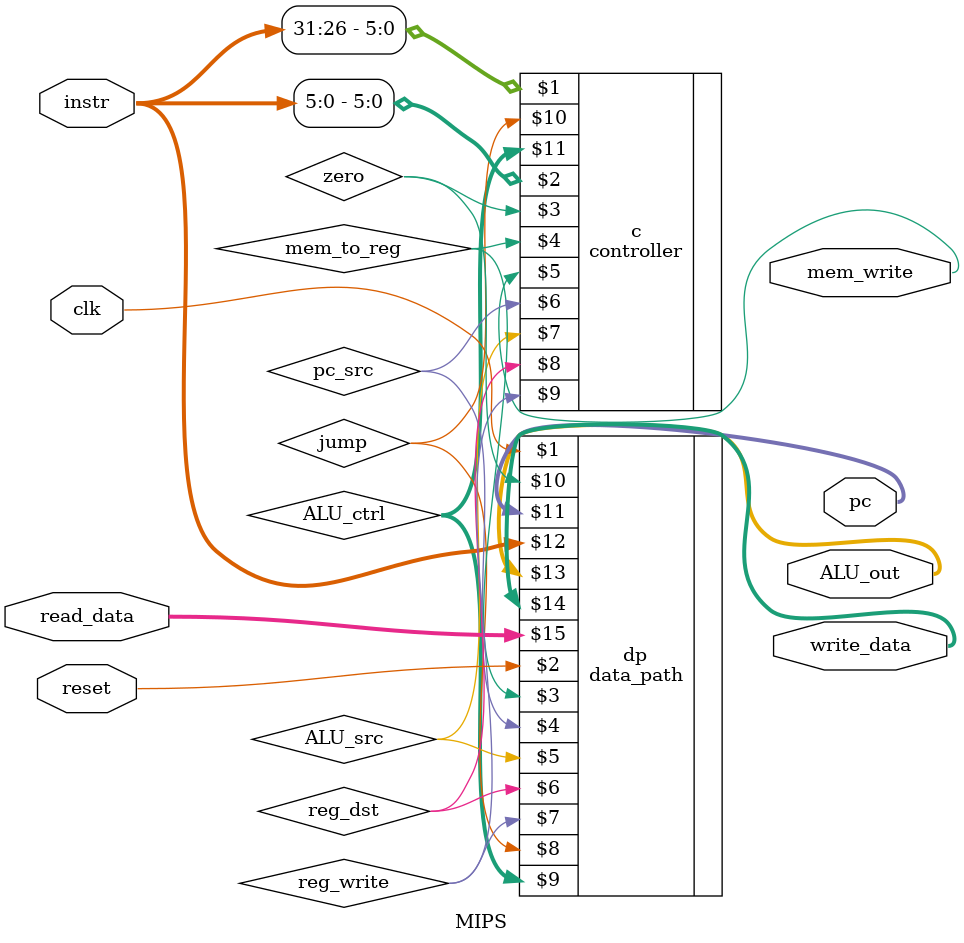
<source format=sv>
`timescale 1ns / 1ps

module MIPS(
    input logic     clk, reset,
    output logic    [31:0] pc,
    input logic     [31:0] instr,
    output logic    mem_write,
    output logic    [31:0] ALU_out, write_data,
    input logic     [31:0] read_data
    );
    
    logic   mem_to_reg,ALU_src,reg_dst,reg_write,jump,pc_src,zero;
    logic   [2:0] ALU_ctrl;
    
    controller  c(instr[31:26],instr[5:0],zero,mem_to_reg,mem_write,pc_src,ALU_src,reg_dst,reg_write,jump,ALU_ctrl);
    data_path   dp(clk,reset,mem_to_reg,pc_src,ALU_src,reg_dst,reg_write,jump,ALU_ctrl,zero,pc,instr,ALU_out,write_data,read_data);
    
endmodule
</source>
